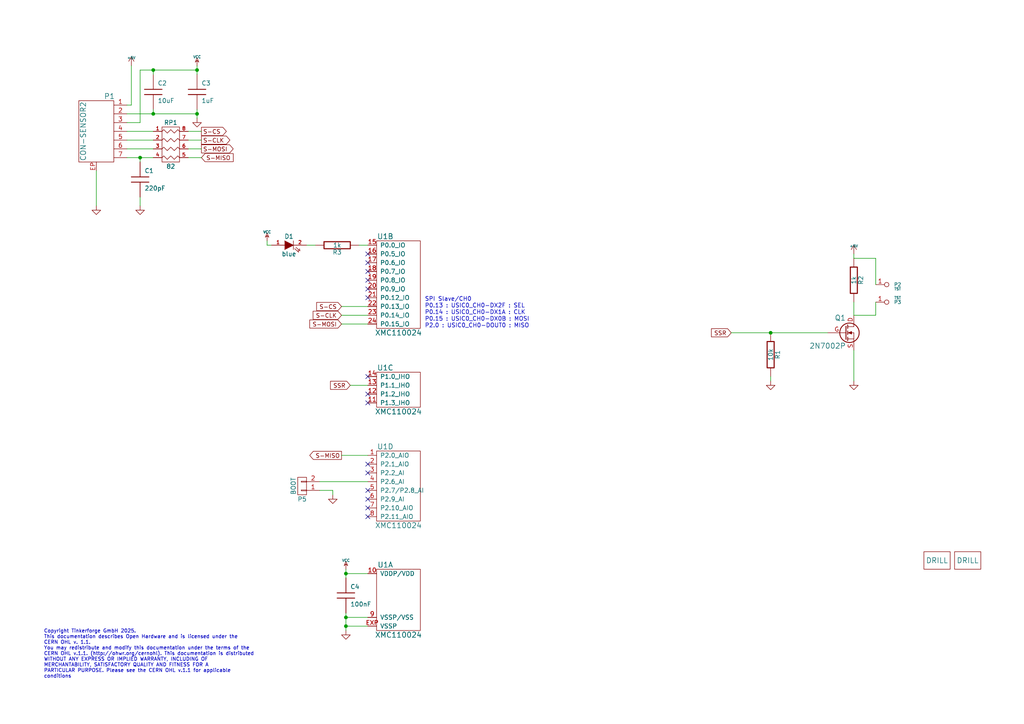
<source format=kicad_sch>
(kicad_sch (version 20231120) (generator "eeschema") (generator_version "8.0")
  (paper "A4")
  (title_block (title "Solid State Relay Bricklet") (date "2025-05-20") (rev "2.2") (company "Tinkerforge GmbH") (comment 1 "Licensed under CERN OHL v.1.1") (comment 2 "Copyright (©) 2023, T.Schneidermann <tim@tinkerforge.com>"))
  (lib_symbols
    (symbol "tinkerforge:+5V" (power) (pin_names (offset 0))
      (property "Value" "+5V" (at 0 3.556 0))
      (symbol "+5V_0_1"
        (polyline (pts (xy -0.762 1.27) (xy 0 2.54)))
        (polyline (pts (xy 0 0) (xy 0 2.54)))
        (polyline (pts (xy 0 2.54) (xy 0.762 1.27)))
      )
      (symbol "+5V_1_1"
        (pin power_in line (at 0 0 90) (length 0) hide (name "+5V") (number "1"))
      )
    )
    (symbol "tinkerforge:C" (pin_numbers hide) (pin_names (offset 0.254))
      (property "Reference" "C" (at 1.27 2.54 0))
      (property "Value" "C" (at 1.27 -2.54 0))
      (symbol "C_0_1"
        (polyline (pts (xy -2.54 -0.762) (xy 2.54 -0.762)) (stroke (width 0.254)))
        (polyline (pts (xy -2.54 0.762) (xy 2.54 0.762)) (stroke (width 0.254)))
      )
      (symbol "C_1_1"
        (pin passive line (at 0 5.08 270) (length 4.318) (name "~") (number "1"))
        (pin passive line (at 0 -5.08 90) (length 4.318) (name "~") (number "2"))
      )
    )
    (symbol "tinkerforge:CON-SENSOR2" (pin_names (offset 1.016))
      (property "Reference" "P" (at -3.81 10.16 0))
      (property "Value" "CON-SENSOR2" (at 3.81 0 90))
      (symbol "CON-SENSOR2_0_1"
        (rectangle (start -5.08 8.89) (end 5.08 -8.89))
      )
      (symbol "CON-SENSOR2_1_1"
        (pin passive line (at -8.89 7.62 0) (length 3.81) (name "~") (number "1"))
        (pin passive line (at -8.89 5.08 0) (length 3.81) (name "~") (number "2"))
        (pin passive line (at -8.89 2.54 0) (length 3.81) (name "~") (number "3"))
        (pin passive line (at -8.89 0 0) (length 3.81) (name "~") (number "4"))
        (pin passive line (at -8.89 -2.54 0) (length 3.81) (name "~") (number "5"))
        (pin passive line (at -8.89 -5.08 0) (length 3.81) (name "~") (number "6"))
        (pin passive line (at -8.89 -7.62 0) (length 3.81) (name "~") (number "7"))
        (pin passive line (at 0 -11.43 90) (length 2.54) (name "~") (number "EP"))
      )
    )
    (symbol "tinkerforge:CONN_01X02" (pin_names (offset 1.016) hide)
      (property "Reference" "P" (at 0 3.81 0))
      (property "Value" "CONN_01X02" (at 2.54 0 90))
      (symbol "CONN_01X02_0_1"
        (rectangle (start -1.27 -1.143) (end 0.254 -1.397))
        (rectangle (start -1.27 1.397) (end 0.254 1.143))
        (rectangle (start -1.27 2.54) (end 1.27 -2.54))
      )
      (symbol "CONN_01X02_1_1"
        (pin passive line (at -5.08 1.27 0) (length 3.81) (name "P1") (number "1"))
        (pin passive line (at -5.08 -1.27 0) (length 3.81) (name "P2") (number "2"))
      )
    )
    (symbol "tinkerforge:CONN_1" (pin_names (offset 1.016))
      (property "Reference" "P" (at -0.381 3.556 0))
      (property "Value" "CONN_1" (at 0 -2.286 0))
      (symbol "CONN_1_0_1"
        (circle (center 0.635 0) (radius 0.635))
      )
      (symbol "CONN_1_1_1"
        (pin input line (at -2.54 0 0) (length 2.54) (name "~") (number "1"))
      )
    )
    (symbol "tinkerforge:DRILL" (pin_numbers hide) (pin_names (offset 0) hide)
      (property "Value" "DRILL" (at 0 0 0))
      (symbol "DRILL_0_1"
        (rectangle (start -3.81 2.54) (end 3.81 -2.54))
      )
    )
    (symbol "tinkerforge:GND" (power) (pin_names (offset 0))
      (property "Value" "GND" (at 0 -5.08 0))
      (symbol "GND_0_1"
        (polyline (pts (xy 0 0) (xy 0 -1.27) (xy 1.27 -1.27) (xy 0 -2.54) (xy -1.27 -1.27) (xy 0 -1.27)))
      )
      (symbol "GND_1_1"
        (pin power_in line (at 0 0 270) (length 0) hide (name "GND") (number "1"))
      )
    )
    (symbol "tinkerforge:LED" (pin_names (offset 1.016) hide)
      (property "Reference" "D" (at 0 2.54 0))
      (property "Value" "LED" (at 0 -2.54 0))
      (symbol "LED_0_1"
        (polyline (pts (xy 1.27 1.27) (xy 1.27 -1.27)))
        (polyline (pts (xy -1.27 1.27) (xy 1.27 0) (xy -1.27 -1.27)) (fill (type outline)))
        (polyline (pts (xy 1.651 -1.016) (xy 2.794 -2.032) (xy 2.667 -1.397)))
        (polyline (pts (xy 2.032 -0.635) (xy 3.175 -1.651) (xy 3.048 -1.016)))
      )
      (symbol "LED_1_1"
        (pin passive line (at -5.08 0 0) (length 3.81) (name "A") (number "1"))
        (pin passive line (at 5.08 0 180) (length 3.81) (name "K") (number "2"))
      )
    )
    (symbol "tinkerforge:MOSFET_N_CH" (pin_names (offset 0) hide)
      (property "Reference" "Q" (at 7.62 1.27 0))
      (property "Value" "MOSFET_N_CH" (at 17.78 -1.27 0))
      (symbol "MOSFET_N_CH_0_1"
        (polyline (pts (xy 0.762 -1.778) (xy 2.54 -1.778)))
        (polyline (pts (xy 0.762 -1.27) (xy 0.762 -2.286)) (stroke (width 0.254)))
        (polyline (pts (xy 0.762 0) (xy 2.54 0)))
        (polyline (pts (xy 0.762 0.508) (xy 0.762 -0.508)) (stroke (width 0.254)))
        (polyline (pts (xy 0.762 1.778) (xy 2.54 1.778)))
        (polyline (pts (xy 0.762 2.286) (xy 0.762 1.27)) (stroke (width 0.254)))
        (polyline (pts (xy 2.54 -1.778) (xy 2.54 -2.54)))
        (polyline (pts (xy 2.54 -1.778) (xy 2.54 0)))
        (polyline (pts (xy 2.54 2.54) (xy 2.54 1.778)))
        (polyline (pts (xy 0.254 1.905) (xy 0.254 -1.905) (xy 0.254 -1.905)) (stroke (width 0.254)))
        (polyline (pts (xy 0.889 0) (xy 1.905 0.381) (xy 1.905 -0.381) (xy 0.889 0)) (fill (type outline)))
        (circle (center 1.27 0) (radius 2.8194) (stroke (width 0.254)))
      )
      (symbol "MOSFET_N_CH_1_1"
        (pin passive line (at 2.54 5.08 270) (length 2.54) (name "D") (number "D"))
        (pin input line (at -5.08 0 0) (length 5.334) (name "G") (number "G"))
        (pin passive line (at 2.54 -5.08 90) (length 2.54) (name "S") (number "S"))
      )
    )
    (symbol "tinkerforge:R" (pin_numbers hide) (pin_names (offset 0))
      (property "Reference" "R" (at 2.032 0 90))
      (property "Value" "R" (at 0 0 90))
      (symbol "R_0_1"
        (rectangle (start -1.016 3.81) (end 1.016 -3.81) (stroke (width 0.3048)))
      )
      (symbol "R_1_1"
        (pin passive line (at 0 6.35 270) (length 2.54) (name "~") (number "1"))
        (pin passive line (at 0 -6.35 90) (length 2.54) (name "~") (number "2"))
      )
    )
    (symbol "tinkerforge:R_PACK4" (pin_names hide)
      (property "Reference" "RP" (at 0 11.43 0))
      (property "Value" "R_PACK4" (at 0 -1.27 0))
      (symbol "R_PACK4_0_1"
        (polyline (pts (xy -2.54 10.16) (xy -2.54 0) (xy 2.54 0) (xy 2.54 10.16) (xy -2.54 10.16)))
        (polyline (pts (xy -2.54 1.27) (xy -2.032 1.778) (xy -1.016 0.762) (xy 0 1.778) (xy 1.016 0.762) (xy 2.032 1.778) (xy 2.54 1.27)))
        (polyline (pts (xy -2.54 3.81) (xy -2.032 4.318) (xy -1.016 3.302) (xy 0 4.318) (xy 1.016 3.302) (xy 2.032 4.318) (xy 2.54 3.81)))
        (polyline (pts (xy -2.54 6.35) (xy -2.032 6.858) (xy -1.016 5.842) (xy 0 6.858) (xy 1.016 5.842) (xy 2.032 6.858) (xy 2.54 6.35)))
        (polyline (pts (xy -2.54 8.89) (xy -2.032 9.398) (xy -1.016 8.382) (xy 0 9.398) (xy 1.016 8.382) (xy 2.032 9.398) (xy 2.54 8.89)))
      )
      (symbol "R_PACK4_1_1"
        (pin passive line (at -5.08 8.89 0) (length 2.54) (name "P1") (number "1"))
        (pin passive line (at -5.08 6.35 0) (length 2.54) (name "P2") (number "2"))
        (pin passive line (at -5.08 3.81 0) (length 2.54) (name "P3") (number "3"))
        (pin passive line (at -5.08 1.27 0) (length 2.54) (name "P4") (number "4"))
        (pin passive line (at 5.08 1.27 180) (length 2.54) (name "R4") (number "5"))
        (pin passive line (at 5.08 3.81 180) (length 2.54) (name "R3") (number "6"))
        (pin passive line (at 5.08 6.35 180) (length 2.54) (name "R2") (number "7"))
        (pin passive line (at 5.08 8.89 180) (length 2.54) (name "R1") (number "8"))
      )
    )
    (symbol "tinkerforge:VCC" (power) (pin_names (offset 0))
      (property "Value" "VCC" (at 0 3.175 0))
      (symbol "VCC_0_0"
        (pin power_in line (at 0 0 90) (length 0) hide (name "VCC") (number "1"))
      )
      (symbol "VCC_0_1"
        (polyline (pts (xy 0 1.524) (xy 0 0)))
        (polyline (pts (xy 0 1.524) (xy 0.508 1.016) (xy 0 2.286) (xy -0.508 1.016) (xy 0 1.524) (xy 0 1.524)))
      )
    )
    (symbol "tinkerforge:XMC1XXX24" (pin_names (offset 1.016))
      (property "Reference" "U" (at -3.81 15.24 0))
      (property "Value" "XMC1XXX24" (at 0 -16.51 0))
      (symbol "XMC1XXX24_1_1"
        (rectangle (start -6.35 8.89) (end 6.35 -8.89))
        (pin passive line (at -8.89 7.62 0) (length 2.54) (name "VDDP/VDD") (number "10"))
        (pin passive line (at -8.89 -5.08 0) (length 2.54) (name "VSSP/VSS") (number "9"))
        (pin passive line (at -8.89 -7.62 0) (length 2.54) (name "VSSP") (number "EXP"))
      )
      (symbol "XMC1XXX24_2_1"
        (rectangle (start -6.35 12.7) (end 6.35 -12.7))
        (pin passive line (at -8.89 11.43 0) (length 2.54) (name "P0.0_IO") (number "15"))
        (pin passive line (at -8.89 8.89 0) (length 2.54) (name "P0.5_IO") (number "16"))
        (pin passive line (at -8.89 6.35 0) (length 2.54) (name "P0.6_IO") (number "17"))
        (pin passive line (at -8.89 3.81 0) (length 2.54) (name "P0.7_IO") (number "18"))
        (pin passive line (at -8.89 1.27 0) (length 2.54) (name "P0.8_IO") (number "19"))
        (pin passive line (at -8.89 -1.27 0) (length 2.54) (name "P0.9_IO") (number "20"))
        (pin passive line (at -8.89 -3.81 0) (length 2.54) (name "P0.12_IO") (number "21"))
        (pin passive line (at -8.89 -6.35 0) (length 2.54) (name "P0.13_IO") (number "22"))
        (pin passive line (at -8.89 -8.89 0) (length 2.54) (name "P0.14_IO") (number "23"))
        (pin passive line (at -8.89 -11.43 0) (length 2.54) (name "P0.15_IO") (number "24"))
      )
      (symbol "XMC1XXX24_3_1"
        (rectangle (start -6.35 5.08) (end 6.35 -5.08))
        (pin passive line (at -8.89 -3.81 0) (length 2.54) (name "P1.3_IHO") (number "11"))
        (pin passive line (at -8.89 -1.27 0) (length 2.54) (name "P1.2_IHO") (number "12"))
        (pin passive line (at -8.89 1.27 0) (length 2.54) (name "P1.1_IHO") (number "13"))
        (pin passive line (at -8.89 3.81 0) (length 2.54) (name "P1.0_IHO") (number "14"))
      )
      (symbol "XMC1XXX24_4_1"
        (rectangle (start -6.35 10.16) (end 6.35 -10.16))
        (pin passive line (at -8.89 8.89 0) (length 2.54) (name "P2.0_AIO") (number "1"))
        (pin passive line (at -8.89 6.35 0) (length 2.54) (name "P2.1_AIO") (number "2"))
        (pin passive line (at -8.89 3.81 0) (length 2.54) (name "P2.2_AI") (number "3"))
        (pin passive line (at -8.89 1.27 0) (length 2.54) (name "P2.6_AI") (number "4"))
        (pin passive line (at -8.89 -1.27 0) (length 2.54) (name "P2.7/P2.8_AI") (number "5"))
        (pin passive line (at -8.89 -3.81 0) (length 2.54) (name "P2.9_AI") (number "6"))
        (pin passive line (at -8.89 -6.35 0) (length 2.54) (name "P2.10_AIO") (number "7"))
        (pin passive line (at -8.89 -8.89 0) (length 2.54) (name "P2.11_AIO") (number "8"))
      )
    )
  )
  (junction (at 57.15 20.32))
  (junction (at 44.45 33.02))
  (junction (at 57.15 33.02))
  (junction (at 44.45 20.32))
  (junction (at 100.33 179.07))
  (junction (at 100.33 166.37))
  (junction (at 40.64 45.72))
  (junction (at 223.52 96.52))
  (junction (at 100.33 181.61))
  (no_connect (at 106.68 137.16))
  (no_connect (at 106.68 114.3))
  (no_connect (at 106.68 149.86))
  (no_connect (at 106.68 147.32))
  (no_connect (at 106.68 81.28))
  (no_connect (at 106.68 144.78))
  (no_connect (at 106.68 73.66))
  (no_connect (at 106.68 116.84))
  (no_connect (at 106.68 83.82))
  (no_connect (at 106.68 76.2))
  (no_connect (at 106.68 134.62))
  (no_connect (at 106.68 142.24))
  (no_connect (at 106.68 109.22))
  (no_connect (at 106.68 86.36))
  (no_connect (at 106.68 78.74))
  (wire (pts (xy 100.33 179.07) (xy 100.33 181.61)))
  (wire (pts (xy 212.09 96.52) (xy 223.52 96.52)))
  (wire (pts (xy 100.33 177.8) (xy 100.33 179.07)))
  (wire (pts (xy 88.9 71.12) (xy 91.44 71.12)))
  (wire (pts (xy 58.42 43.18) (xy 54.61 43.18)))
  (wire (pts (xy 100.33 166.37) (xy 100.33 167.64)))
  (wire (pts (xy 247.65 101.6) (xy 247.65 110.49)))
  (wire (pts (xy 40.64 57.15) (xy 40.64 59.69)))
  (wire (pts (xy 40.64 46.99) (xy 40.64 45.72)))
  (wire (pts (xy 44.45 31.75) (xy 44.45 33.02)))
  (wire (pts (xy 223.52 110.49) (xy 223.52 109.22)))
  (wire (pts (xy 96.52 142.24) (xy 96.52 143.51)))
  (wire (pts (xy 254 91.44) (xy 254 87.63)))
  (wire (pts (xy 106.68 181.61) (xy 100.33 181.61)))
  (wire (pts (xy 104.14 71.12) (xy 106.68 71.12)))
  (wire (pts (xy 44.45 40.64) (xy 36.83 40.64)))
  (wire (pts (xy 247.65 74.93) (xy 247.65 73.66)))
  (wire (pts (xy 92.71 142.24) (xy 96.52 142.24)))
  (wire (pts (xy 58.42 38.1) (xy 54.61 38.1)))
  (wire (pts (xy 100.33 181.61) (xy 100.33 182.88)))
  (wire (pts (xy 40.64 45.72) (xy 36.83 45.72)))
  (wire (pts (xy 36.83 33.02) (xy 44.45 33.02)))
  (wire (pts (xy 106.68 179.07) (xy 100.33 179.07)))
  (wire (pts (xy 78.74 71.12) (xy 77.47 71.12)))
  (wire (pts (xy 254 82.55) (xy 254 74.93)))
  (wire (pts (xy 44.45 20.32) (xy 57.15 20.32)))
  (wire (pts (xy 40.64 20.32) (xy 40.64 35.56)))
  (wire (pts (xy 254 74.93) (xy 247.65 74.93)))
  (wire (pts (xy 40.64 20.32) (xy 44.45 20.32)))
  (wire (pts (xy 54.61 40.64) (xy 58.42 40.64)))
  (wire (pts (xy 54.61 45.72) (xy 58.42 45.72)))
  (wire (pts (xy 57.15 20.32) (xy 57.15 21.59)))
  (wire (pts (xy 223.52 96.52) (xy 240.03 96.52)))
  (wire (pts (xy 40.64 35.56) (xy 36.83 35.56)))
  (wire (pts (xy 36.83 43.18) (xy 44.45 43.18)))
  (wire (pts (xy 57.15 19.05) (xy 57.15 20.32)))
  (wire (pts (xy 106.68 139.7) (xy 92.71 139.7)))
  (wire (pts (xy 77.47 71.12) (xy 77.47 69.85)))
  (wire (pts (xy 247.65 91.44) (xy 254 91.44)))
  (wire (pts (xy 106.68 132.08) (xy 99.06 132.08)))
  (wire (pts (xy 44.45 45.72) (xy 40.64 45.72)))
  (wire (pts (xy 106.68 166.37) (xy 100.33 166.37)))
  (wire (pts (xy 99.06 88.9) (xy 106.68 88.9)))
  (wire (pts (xy 106.68 91.44) (xy 99.06 91.44)))
  (wire (pts (xy 44.45 20.32) (xy 44.45 21.59)))
  (wire (pts (xy 36.83 38.1) (xy 44.45 38.1)))
  (wire (pts (xy 44.45 33.02) (xy 57.15 33.02)))
  (wire (pts (xy 247.65 87.63) (xy 247.65 91.44)))
  (wire (pts (xy 38.1 30.48) (xy 36.83 30.48)))
  (wire (pts (xy 57.15 33.02) (xy 57.15 34.29)))
  (wire (pts (xy 99.06 93.98) (xy 106.68 93.98)))
  (wire (pts (xy 100.33 165.1) (xy 100.33 166.37)))
  (wire (pts (xy 27.94 59.69) (xy 27.94 49.53)))
  (wire (pts (xy 38.1 19.05) (xy 38.1 30.48)))
  (wire (pts (xy 57.15 31.75) (xy 57.15 33.02)))
  (wire (pts (xy 106.68 111.76) (xy 101.6 111.76)))
  (text "SPI Slave/CH0\nP0.13 : USIC0_CH0-DX2F : SEL\nP0.14 : USIC0_CH0-DX1A : CLK\nP0.15 : USIC0_CH0-DX0B : MOSI\nP2.0 : USIC0_CH0-DOUT0 : MISO" (at 123.19 95.25 0) (effects (font (size 1.1938 1.1938)) (justify left bottom)))
  (text "Copyright Tinkerforge GmbH 2025.\nThis documentation describes Open Hardware and is licensed under the\nCERN OHL v. 1.1.\nYou may redistribute and modify this documentation under the terms of the\nCERN OHL v.1.1. (http://ohwr.org/cernohl). This documentation is distributed\nWITHOUT ANY EXPRESS OR IMPLIED WARRANTY, INCLUDING OF\nMERCHANTABILITY, SATISFACTORY QUALITY AND FITNESS FOR A\nPARTICULAR PURPOSE. Please see the CERN OHL v.1.1 for applicable\nconditions\n" (at 12.7 196.85 0) (effects (font (size 1.016 1.016)) (justify left bottom)))
  (global_label "S-MOSI" (shape input) (at 99.06 93.98 180) (effects (font (size 1.1938 1.1938))) (property "Intersheetrefs" "${INTERSHEET_REFS}" (effects (hide yes))))
  (global_label "S-CS" (shape input) (at 99.06 88.9 180) (effects (font (size 1.1938 1.1938))) (property "Intersheetrefs" "${INTERSHEET_REFS}" (effects (hide yes))))
  (global_label "S-MOSI" (shape output) (at 58.42 43.18 0) (effects (font (size 1.1938 1.1938))) (property "Intersheetrefs" "${INTERSHEET_REFS}" (effects (hide yes))))
  (global_label "S-CS" (shape output) (at 58.42 38.1 0) (effects (font (size 1.1938 1.1938))) (property "Intersheetrefs" "${INTERSHEET_REFS}" (effects (hide yes))))
  (global_label "S-MISO" (shape output) (at 99.06 132.08 180) (effects (font (size 1.1938 1.1938))) (property "Intersheetrefs" "${INTERSHEET_REFS}" (effects (hide yes))))
  (global_label "S-CLK" (shape input) (at 99.06 91.44 180) (effects (font (size 1.1938 1.1938))) (property "Intersheetrefs" "${INTERSHEET_REFS}" (effects (hide yes))))
  (global_label "SSR" (shape input) (at 101.6 111.76 180) (effects (font (size 1.1938 1.1938))) (property "Intersheetrefs" "${INTERSHEET_REFS}" (effects (hide yes))))
  (global_label "S-CLK" (shape output) (at 58.42 40.64 0) (effects (font (size 1.1938 1.1938))) (property "Intersheetrefs" "${INTERSHEET_REFS}" (effects (hide yes))))
  (global_label "S-MISO" (shape input) (at 58.42 45.72 0) (effects (font (size 1.1938 1.1938))) (property "Intersheetrefs" "${INTERSHEET_REFS}" (effects (hide yes))))
  (global_label "SSR" (shape input) (at 212.09 96.52 180) (effects (font (size 1.1938 1.1938))) (property "Intersheetrefs" "${INTERSHEET_REFS}" (effects (hide yes))))
  (symbol (lib_id "tinkerforge:GND") (at 96.52 143.51 0) (unit 1)
    (property "Reference" "#PWR01" (effects (hide yes)))
    (property "Value" "GND" (effects (hide yes)))
  )
  (symbol (lib_id "tinkerforge:DRILL") (at 280.67 162.56 0) (unit 1)
    (property "Reference" "U3" (effects (hide yes)))
    (property "Value" "DRILL" (at 280.67 162.56 0) (effects (font (size 1.524 1.524))))
    (property "Footprint" "kicad-libraries:DRILL_NP" (effects (hide yes)))
  )
  (symbol (lib_id "tinkerforge:DRILL") (at 271.78 162.56 0) (unit 1)
    (property "Reference" "U2" (effects (hide yes)))
    (property "Value" "DRILL" (at 271.78 162.56 0) (effects (font (size 1.524 1.524))))
    (property "Footprint" "kicad-libraries:DRILL_NP" (effects (hide yes)))
  )
  (symbol (lib_id "tinkerforge:MOSFET_N_CH") (at 245.11 96.52 0) (unit 1)
    (property "Reference" "Q1" (at 245.364 92.202 0) (effects (font (size 1.524 1.524)) (justify right)))
    (property "Value" "2N7002P" (at 245.364 100.33 0) (effects (font (size 1.524 1.524)) (justify right)))
    (property "Footprint" "kicad-libraries:SOT23GDS" (effects (hide yes)))
  )
  (symbol (lib_id "tinkerforge:+5V") (at 38.1 19.05 0) (unit 1)
    (property "Reference" "#PWR02" (effects (hide yes)))
    (property "Value" "+5V" (at 38.1 16.764 0) (effects (font (size 0.762 0.762))))
  )
  (symbol (lib_id "tinkerforge:GND") (at 247.65 110.49 0) (unit 1)
    (property "Reference" "#PWR03" (effects (hide yes)))
    (property "Value" "GND" (effects (hide yes)))
  )
  (symbol (lib_id "tinkerforge:R") (at 223.52 102.87 0) (unit 1)
    (property "Reference" "R1" (at 225.552 102.87 90))
    (property "Value" "10k" (at 223.52 102.87 90))
    (property "Footprint" "kicad-libraries:R0603F" (effects (hide yes)))
  )
  (symbol (lib_id "tinkerforge:GND") (at 223.52 110.49 0) (unit 1)
    (property "Reference" "#PWR05" (effects (hide yes)))
    (property "Value" "GND" (effects (hide yes)))
  )
  (symbol (lib_id "tinkerforge:+5V") (at 247.65 73.66 0) (unit 1)
    (property "Reference" "#PWR04" (effects (hide yes)))
    (property "Value" "+5V" (at 247.65 71.374 0) (effects (font (size 0.762 0.762))))
  )
  (symbol (lib_id "tinkerforge:R") (at 247.65 81.28 0) (unit 1)
    (property "Reference" "R2" (at 249.682 81.28 90))
    (property "Value" "1k" (at 247.65 81.28 90))
    (property "Footprint" "kicad-libraries:R0603F" (effects (hide yes)))
  )
  (symbol (lib_id "tinkerforge:CONN_1") (at 256.54 87.63 0) (unit 1)
    (property "Reference" "P3" (at 260.35 87.63 0) (effects (font (size 1.016 1.016))))
    (property "Value" "TST" (at 260.35 86.36 0) (effects (font (size 0.762 0.762))))
    (property "Footprint" "kicad-libraries:Drill" (effects (hide yes)))
  )
  (symbol (lib_id "tinkerforge:CONN_1") (at 256.54 82.55 0) (unit 1)
    (property "Reference" "P2" (at 260.35 82.55 0) (effects (font (size 1.016 1.016))))
    (property "Value" "TST" (at 260.35 83.82 0) (effects (font (size 0.762 0.762))))
    (property "Footprint" "kicad-libraries:Drill" (effects (hide yes)))
  )
  (symbol (lib_id "tinkerforge:CON-SENSOR2") (at 27.94 38.1 0) (mirror y) (unit 1)
    (property "Reference" "P1" (at 31.75 27.94 0) (effects (font (size 1.524 1.524))))
    (property "Value" "CON-SENSOR2" (at 24.13 38.1 90) (effects (font (size 1.524 1.524))))
    (property "Footprint" "kicad-libraries:CON-SENSOR2" (effects (hide yes)))
  )
  (symbol (lib_id "tinkerforge:XMC1XXX24") (at 115.57 173.99 0) (unit 1)
    (property "Reference" "U1" (at 111.76 163.83 0) (effects (font (size 1.524 1.524))))
    (property "Value" "XMC110024" (at 115.57 184.15 0) (effects (font (size 1.524 1.524))))
    (property "Footprint" "kicad-libraries:QFN24-4x4mm-0.5mm" (effects (hide yes)))
  )
  (symbol (lib_id "tinkerforge:XMC1XXX24") (at 115.57 82.55 0) (unit 2)
    (property "Reference" "U1" (at 111.76 68.58 0) (effects (font (size 1.524 1.524))))
    (property "Value" "XMC110024" (at 115.57 96.52 0) (effects (font (size 1.524 1.524))))
    (property "Footprint" "kicad-libraries:QFN24-4x4mm-0.5mm" (effects (hide yes)))
  )
  (symbol (lib_id "tinkerforge:XMC1XXX24") (at 115.57 113.03 0) (unit 3)
    (property "Reference" "U1" (at 111.76 106.68 0) (effects (font (size 1.524 1.524))))
    (property "Value" "XMC110024" (at 115.57 119.38 0) (effects (font (size 1.524 1.524))))
    (property "Footprint" "kicad-libraries:QFN24-4x4mm-0.5mm" (effects (hide yes)))
  )
  (symbol (lib_id "tinkerforge:XMC1XXX24") (at 115.57 140.97 0) (unit 4)
    (property "Reference" "U1" (at 111.76 129.54 0) (effects (font (size 1.524 1.524))))
    (property "Value" "XMC110024" (at 115.57 152.4 0) (effects (font (size 1.524 1.524))))
    (property "Footprint" "kicad-libraries:QFN24-4x4mm-0.5mm" (effects (hide yes)))
  )
  (symbol (lib_id "tinkerforge:VCC") (at 100.33 165.1 0) (unit 1)
    (property "Reference" "#PWR06" (effects (hide yes)))
    (property "Value" "VCC" (at 100.33 162.56 0) (effects (font (size 0.762 0.762))))
  )
  (symbol (lib_id "tinkerforge:GND") (at 100.33 182.88 0) (unit 1)
    (property "Reference" "#PWR07" (effects (hide yes)))
    (property "Value" "GND" (effects (hide yes)))
  )
  (symbol (lib_id "tinkerforge:C") (at 100.33 172.72 0) (unit 1)
    (property "Reference" "C4" (at 101.6 170.18 0) (effects (justify left)))
    (property "Value" "100nF" (at 101.6 175.26 0) (effects (justify left)))
    (property "Footprint" "kicad-libraries:C0603F" (effects (hide yes)))
  )
  (symbol (lib_id "tinkerforge:C") (at 44.45 26.67 0) (unit 1)
    (property "Reference" "C2" (at 45.72 24.13 0) (effects (justify left)))
    (property "Value" "10uF" (at 45.72 29.21 0) (effects (justify left)))
    (property "Footprint" "kicad-libraries:C0805" (effects (hide yes)))
  )
  (symbol (lib_id "tinkerforge:C") (at 57.15 26.67 0) (unit 1)
    (property "Reference" "C3" (at 58.42 24.13 0) (effects (justify left)))
    (property "Value" "1uF" (at 58.42 29.21 0) (effects (justify left)))
    (property "Footprint" "kicad-libraries:C0603F" (effects (hide yes)))
  )
  (symbol (lib_id "tinkerforge:VCC") (at 57.15 19.05 0) (unit 1)
    (property "Reference" "#PWR08" (effects (hide yes)))
    (property "Value" "VCC" (at 57.15 16.51 0) (effects (font (size 0.762 0.762))))
  )
  (symbol (lib_id "tinkerforge:GND") (at 57.15 34.29 0) (unit 1)
    (property "Reference" "#PWR09" (effects (hide yes)))
    (property "Value" "GND" (effects (hide yes)))
  )
  (symbol (lib_id "tinkerforge:R_PACK4") (at 49.53 46.99 0) (unit 1)
    (property "Reference" "RP1" (at 49.53 35.56 0))
    (property "Value" "82" (at 49.53 48.26 0))
    (property "Footprint" "kicad-libraries:4X0402" (effects (hide yes)))
  )
  (symbol (lib_id "tinkerforge:C") (at 40.64 52.07 0) (unit 1)
    (property "Reference" "C1" (at 41.91 49.53 0) (effects (justify left)))
    (property "Value" "220pF" (at 41.91 54.61 0) (effects (justify left)))
    (property "Footprint" "kicad-libraries:C0402F" (effects (hide yes)))
  )
  (symbol (lib_id "tinkerforge:GND") (at 27.94 59.69 0) (unit 1)
    (property "Reference" "#PWR010" (effects (hide yes)))
    (property "Value" "GND" (effects (hide yes)))
  )
  (symbol (lib_id "tinkerforge:GND") (at 40.64 59.69 0) (unit 1)
    (property "Reference" "#PWR011" (effects (hide yes)))
    (property "Value" "GND" (effects (hide yes)))
  )
  (symbol (lib_id "tinkerforge:CONN_01X02") (at 87.63 140.97 180) (unit 1)
    (property "Reference" "P5" (at 87.63 144.78 0))
    (property "Value" "BOOT" (at 85.09 140.97 90))
    (property "Footprint" "kicad-libraries:SolderJumper" (effects (hide yes)))
  )
  (symbol (lib_id "tinkerforge:VCC") (at 77.47 69.85 0) (unit 1)
    (property "Reference" "#PWR012" (effects (hide yes)))
    (property "Value" "VCC" (at 77.47 67.31 0) (effects (font (size 0.762 0.762))))
  )
  (symbol (lib_id "tinkerforge:R") (at 97.79 71.12 270) (unit 1)
    (property "Reference" "R3" (at 97.79 73.152 90))
    (property "Value" "1k" (at 97.79 71.12 90))
    (property "Footprint" "kicad-libraries:R0603F" (effects (hide yes)))
  )
  (symbol (lib_id "tinkerforge:LED") (at 83.82 71.12 0) (unit 1)
    (property "Reference" "D1" (at 83.82 68.58 0))
    (property "Value" "blue" (at 83.82 73.66 0))
    (property "Footprint" "kicad-libraries:D0603F" (effects (hide yes)))
  )
)
</source>
